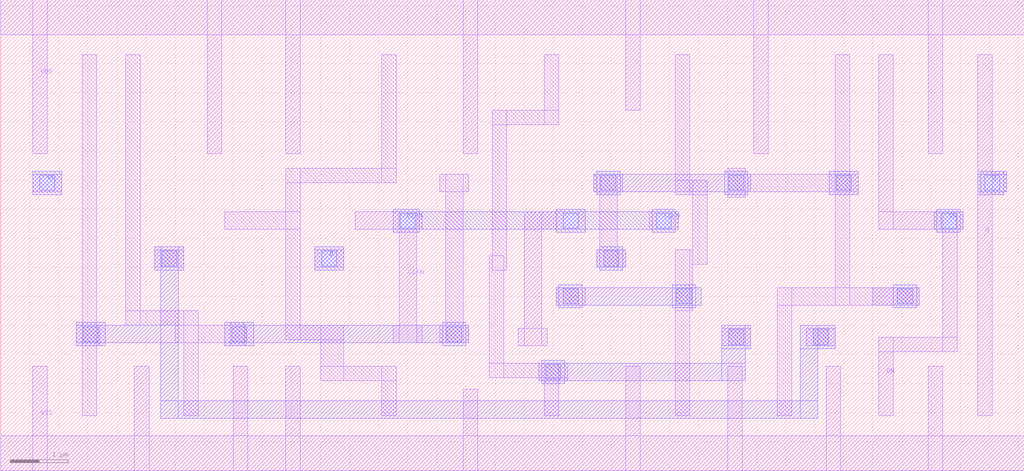
<source format=lef>
# Copyright 2022 Google LLC
# Licensed under the Apache License, Version 2.0 (the "License");
# you may not use this file except in compliance with the License.
# You may obtain a copy of the License at
#
#      http://www.apache.org/licenses/LICENSE-2.0
#
# Unless required by applicable law or agreed to in writing, software
# distributed under the License is distributed on an "AS IS" BASIS,
# WITHOUT WARRANTIES OR CONDITIONS OF ANY KIND, either express or implied.
# See the License for the specific language governing permissions and
# limitations under the License.
VERSION 5.7 ;
BUSBITCHARS "[]" ;
DIVIDERCHAR "/" ;

MACRO gf180mcu_osu_sc_12T_dffrn_1
  CLASS CORE ;
  ORIGIN 0 0 ;
  FOREIGN gf180mcu_osu_sc_12T_dffrn_1 0 0 ;
  SIZE 17.6 BY 8.1 ;
  SYMMETRY X Y ;
  SITE GF180_3p3_12t ;
  PIN VDD
    DIRECTION INOUT ;
    USE POWER ;
    SHAPE ABUTMENT ;
    PORT
      LAYER MET1 ;
        RECT 0 7.5 17.6 8.1 ;
        RECT 15.95 5.45 16.2 8.1 ;
        RECT 12.95 5.45 13.2 8.1 ;
        RECT 10.75 6.2 11 8.1 ;
        RECT 7.95 5.45 8.2 8.1 ;
        RECT 4.9 5.45 5.15 8.1 ;
        RECT 3.55 5.45 3.8 8.1 ;
        RECT 0.55 5.45 0.8 8.1 ;
    END
  END VDD
  PIN VSS
    DIRECTION INOUT ;
    USE GROUND ;
    PORT
      LAYER MET1 ;
        RECT 0 0 17.6 0.6 ;
        RECT 15.95 0 16.2 1.8 ;
        RECT 14.2 0 14.45 1.8 ;
        RECT 12.5 0 12.75 1.8 ;
        RECT 10.75 0 11 1.8 ;
        RECT 7.95 0 8.2 1.4 ;
        RECT 4.9 0 5.15 1.8 ;
        RECT 4 0 4.25 1.8 ;
        RECT 2.3 0 2.55 1.8 ;
        RECT 0.55 0 0.8 1.8 ;
    END
  END VSS
  PIN CLKN
    DIRECTION INPUT ;
    USE CLOCK ;
    PORT
      LAYER MET1 ;
        RECT 11.15 4.15 11.65 4.45 ;
        RECT 9 4.15 10.05 4.45 ;
        RECT 8.9 2.15 9.4 2.45 ;
        RECT 9 2.15 9.3 4.45 ;
        RECT 6.1 4.15 7.25 4.45 ;
        RECT 6.75 2.2 7.25 2.5 ;
        RECT 6.85 2.2 7.15 4.45 ;
      LAYER MET2 ;
        RECT 6.75 4.15 11.65 4.45 ;
        RECT 11.2 4.1 11.6 4.5 ;
        RECT 9.55 4.1 10.05 4.5 ;
        RECT 6.75 4.1 7.2 4.5 ;
      LAYER VIA12 ;
        RECT 6.87 4.17 7.13 4.43 ;
        RECT 9.67 4.17 9.93 4.43 ;
        RECT 11.27 4.17 11.53 4.43 ;
    END
  END CLKN
  PIN D
    DIRECTION INPUT ;
    USE SIGNAL ;
    PORT
      LAYER MET1 ;
        RECT 5.4 3.5 5.9 3.8 ;
      LAYER MET2 ;
        RECT 5.4 3.45 5.9 3.85 ;
      LAYER VIA12 ;
        RECT 5.52 3.52 5.78 3.78 ;
    END
  END D
  PIN Q
    DIRECTION OUTPUT ;
    USE SIGNAL ;
    PORT
      LAYER MET1 ;
        RECT 16.8 4.8 17.3 5.15 ;
        RECT 16.8 4.75 17.25 5.15 ;
        RECT 16.8 0.95 17.05 7.15 ;
      LAYER MET2 ;
        RECT 16.8 4.8 17.3 5.1 ;
        RECT 16.85 4.75 17.25 5.15 ;
      LAYER VIA12 ;
        RECT 16.92 4.82 17.18 5.08 ;
    END
  END Q
  PIN QN
    DIRECTION OUTPUT ;
    USE SIGNAL ;
    PORT
      LAYER MET1 ;
        RECT 15.1 4.15 16.55 4.45 ;
        RECT 16.2 2.05 16.45 4.45 ;
        RECT 15.1 2.05 16.45 2.3 ;
        RECT 15.1 4.15 15.35 7.15 ;
        RECT 15.1 0.95 15.35 2.3 ;
      LAYER MET2 ;
        RECT 16.05 4.15 16.55 4.45 ;
        RECT 16.1 4.1 16.5 4.5 ;
      LAYER VIA12 ;
        RECT 16.17 4.17 16.43 4.43 ;
    END
  END QN
  PIN RN
    DIRECTION INPUT ;
    USE SIGNAL ;
    PORT
      LAYER MET1 ;
        RECT 0.55 4.8 1.05 5.1 ;
      LAYER MET2 ;
        RECT 0.55 4.75 1.05 5.15 ;
      LAYER VIA12 ;
        RECT 0.67 4.82 0.93 5.08 ;
    END
  END RN
  OBS
    LAYER MET2 ;
      RECT 15.35 2.8 15.75 3.2 ;
      RECT 15 2.85 15.8 3.15 ;
      RECT 2.65 3.45 3.15 3.85 ;
      RECT 2.75 0.9 3.05 3.85 ;
      RECT 1.3 2.15 1.8 2.55 ;
      RECT 13.75 2.1 14.35 2.5 ;
      RECT 1.3 2.2 3.05 2.5 ;
      RECT 13.75 0.9 14.05 2.5 ;
      RECT 2.75 0.9 14.05 1.2 ;
      RECT 12.4 2.1 12.9 2.5 ;
      RECT 12.4 1.55 12.8 2.5 ;
      RECT 9.3 1.5 9.7 1.9 ;
      RECT 9.25 1.55 12.8 1.85 ;
      RECT 12.45 4.75 12.85 5.15 ;
      RECT 10.25 4.75 10.65 5.15 ;
      RECT 10.2 4.8 12.9 5.1 ;
      RECT 11.55 2.8 11.95 3.2 ;
      RECT 9.6 2.8 10 3.2 ;
      RECT 9.55 2.85 12.05 3.15 ;
      RECT 10.3 3.45 10.7 3.85 ;
      RECT 10.25 3.5 10.75 3.8 ;
      RECT 7.6 2.15 8 2.55 ;
      RECT 3.85 2.15 4.35 2.55 ;
      RECT 3.85 2.2 8.05 2.5 ;
      RECT 14.25 4.75 14.75 5.15 ;
    LAYER VIA12 ;
      RECT 15.42 2.87 15.68 3.13 ;
      RECT 14.37 4.82 14.63 5.08 ;
      RECT 13.97 2.17 14.23 2.43 ;
      RECT 12.52 2.17 12.78 2.43 ;
      RECT 12.52 4.82 12.78 5.08 ;
      RECT 11.62 2.87 11.88 3.13 ;
      RECT 10.37 3.52 10.63 3.78 ;
      RECT 10.32 4.82 10.58 5.08 ;
      RECT 9.67 2.87 9.93 3.13 ;
      RECT 9.37 1.57 9.63 1.83 ;
      RECT 7.67 2.22 7.93 2.48 ;
      RECT 3.97 2.22 4.23 2.48 ;
      RECT 2.77 3.52 3.03 3.78 ;
      RECT 1.42 2.22 1.68 2.48 ;
    LAYER MET1 ;
      RECT 14.35 2.85 14.6 7.15 ;
      RECT 12.5 4.7 12.8 5.2 ;
      RECT 12.5 4.8 14.75 5.1 ;
      RECT 13.35 2.85 15.8 3.15 ;
      RECT 13.35 0.95 13.6 3.15 ;
      RECT 11.6 4.75 11.85 7.15 ;
      RECT 11.6 4.75 12.15 5 ;
      RECT 11.9 3.55 12.15 5 ;
      RECT 11.6 2.75 11.9 3.8 ;
      RECT 11.6 0.95 11.85 3.8 ;
      RECT 10.2 4.8 10.7 5.1 ;
      RECT 10.3 3.5 10.6 5.1 ;
      RECT 10.25 3.5 10.75 3.8 ;
      RECT 9.35 5.95 9.6 7.15 ;
      RECT 8.45 5.95 9.6 6.2 ;
      RECT 8.45 3.45 8.7 6.2 ;
      RECT 8.4 1.6 8.65 3.7 ;
      RECT 8.4 1.6 9.75 1.85 ;
      RECT 9.35 1.55 9.75 1.85 ;
      RECT 9.35 0.95 9.6 1.85 ;
      RECT 7.55 4.8 8.05 5.1 ;
      RECT 7.65 2.2 7.95 5.1 ;
      RECT 7.55 2.2 8.05 2.5 ;
      RECT 6.55 4.95 6.8 7.15 ;
      RECT 4.9 4.95 6.8 5.2 ;
      RECT 4.9 2.25 5.15 5.2 ;
      RECT 3.85 4.15 5.15 4.45 ;
      RECT 4.9 2.25 5.9 2.5 ;
      RECT 5.5 1.55 5.9 2.5 ;
      RECT 5.5 1.55 6.8 1.8 ;
      RECT 6.55 0.95 6.8 1.8 ;
      RECT 2.15 2.5 2.4 7.15 ;
      RECT 2.15 2.5 3.4 2.75 ;
      RECT 3.15 0.95 3.4 2.75 ;
      RECT 3.95 2.15 4.2 2.55 ;
      RECT 3 2.2 4.35 2.5 ;
      RECT 1.4 0.95 1.65 7.15 ;
      RECT 1.3 2.2 1.8 2.5 ;
      RECT 1.4 2.15 1.7 2.5 ;
      RECT 13.85 2.15 14.35 2.45 ;
      RECT 12.4 2.15 12.9 2.45 ;
      RECT 9.55 2.85 10.05 3.15 ;
      RECT 2.65 3.5 3.15 3.8 ;
  END
END gf180mcu_osu_sc_12T_dffrn_1

</source>
